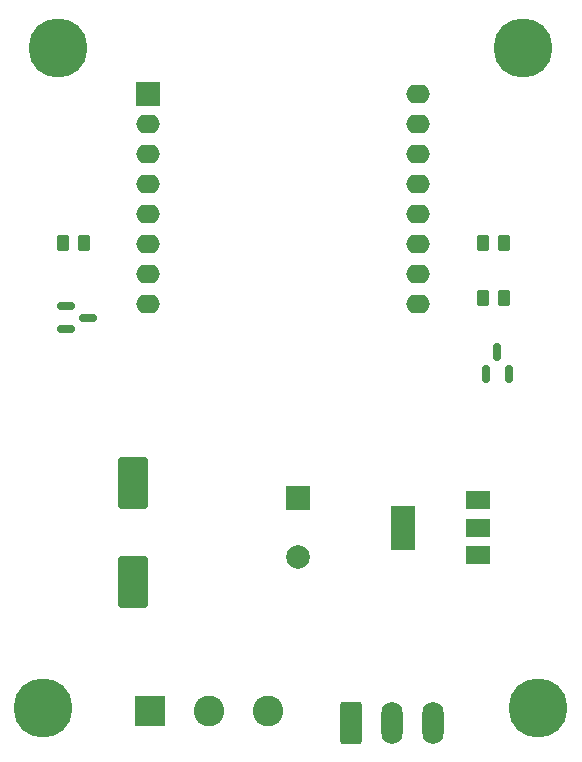
<source format=gts>
%TF.GenerationSoftware,KiCad,Pcbnew,7.0.7*%
%TF.CreationDate,2023-10-27T22:12:31-06:00*%
%TF.ProjectId,RatGDO-OpenSource,52617447-444f-42d4-9f70-656e536f7572,rev?*%
%TF.SameCoordinates,Original*%
%TF.FileFunction,Soldermask,Top*%
%TF.FilePolarity,Negative*%
%FSLAX46Y46*%
G04 Gerber Fmt 4.6, Leading zero omitted, Abs format (unit mm)*
G04 Created by KiCad (PCBNEW 7.0.7) date 2023-10-27 22:12:31*
%MOMM*%
%LPD*%
G01*
G04 APERTURE LIST*
G04 Aperture macros list*
%AMRoundRect*
0 Rectangle with rounded corners*
0 $1 Rounding radius*
0 $2 $3 $4 $5 $6 $7 $8 $9 X,Y pos of 4 corners*
0 Add a 4 corners polygon primitive as box body*
4,1,4,$2,$3,$4,$5,$6,$7,$8,$9,$2,$3,0*
0 Add four circle primitives for the rounded corners*
1,1,$1+$1,$2,$3*
1,1,$1+$1,$4,$5*
1,1,$1+$1,$6,$7*
1,1,$1+$1,$8,$9*
0 Add four rect primitives between the rounded corners*
20,1,$1+$1,$2,$3,$4,$5,0*
20,1,$1+$1,$4,$5,$6,$7,0*
20,1,$1+$1,$6,$7,$8,$9,0*
20,1,$1+$1,$8,$9,$2,$3,0*%
G04 Aperture macros list end*
%ADD10R,2.000000X1.500000*%
%ADD11R,2.000000X3.800000*%
%ADD12RoundRect,0.250000X-0.262500X-0.450000X0.262500X-0.450000X0.262500X0.450000X-0.262500X0.450000X0*%
%ADD13C,5.000000*%
%ADD14R,2.000000X2.000000*%
%ADD15O,2.000000X1.600000*%
%ADD16RoundRect,0.150000X-0.587500X-0.150000X0.587500X-0.150000X0.587500X0.150000X-0.587500X0.150000X0*%
%ADD17C,2.000000*%
%ADD18RoundRect,0.150000X0.150000X-0.587500X0.150000X0.587500X-0.150000X0.587500X-0.150000X-0.587500X0*%
%ADD19RoundRect,0.250000X-0.650000X-1.550000X0.650000X-1.550000X0.650000X1.550000X-0.650000X1.550000X0*%
%ADD20O,1.800000X3.600000*%
%ADD21R,2.600000X2.600000*%
%ADD22C,2.600000*%
%ADD23RoundRect,0.250000X-1.000000X1.950000X-1.000000X-1.950000X1.000000X-1.950000X1.000000X1.950000X0*%
%ADD24RoundRect,0.250000X0.262500X0.450000X-0.262500X0.450000X-0.262500X-0.450000X0.262500X-0.450000X0*%
G04 APERTURE END LIST*
D10*
%TO.C,U2*%
X157430000Y-105170000D03*
X157430000Y-102870000D03*
D11*
X151130000Y-102870000D03*
D10*
X157430000Y-100570000D03*
%TD*%
D12*
%TO.C,R3*%
X122277500Y-78740000D03*
X124102500Y-78740000D03*
%TD*%
D13*
%TO.C,REF\u002A\u002A*%
X161290000Y-62230000D03*
%TD*%
%TO.C,REF\u002A\u002A*%
X162560000Y-118110000D03*
%TD*%
D14*
%TO.C,U1*%
X129547500Y-66160000D03*
D15*
X129547500Y-68700000D03*
X129547500Y-71240000D03*
X129547500Y-73780000D03*
X129547500Y-76320000D03*
X129547500Y-78860000D03*
X129547500Y-81400000D03*
X129547500Y-83940000D03*
X152407500Y-83940000D03*
X152407500Y-81400000D03*
X152407500Y-78860000D03*
X152407500Y-76320000D03*
X152407500Y-73780000D03*
X152407500Y-71240000D03*
X152407500Y-68700000D03*
X152407500Y-66160000D03*
%TD*%
D13*
%TO.C,REF\u002A\u002A*%
X120650000Y-118110000D03*
%TD*%
%TO.C,REF\u002A\u002A*%
X121920000Y-62230000D03*
%TD*%
D16*
%TO.C,Q2*%
X122585000Y-84140000D03*
X122585000Y-86040000D03*
X124460000Y-85090000D03*
%TD*%
D14*
%TO.C,C2*%
X142240000Y-100330000D03*
D17*
X142240000Y-105330000D03*
%TD*%
D18*
%TO.C,Q1*%
X158132500Y-89837500D03*
X160032500Y-89837500D03*
X159082500Y-87962500D03*
%TD*%
D19*
%TO.C,J2*%
X146670000Y-119380000D03*
D20*
X150170000Y-119380000D03*
X153670000Y-119380000D03*
%TD*%
D21*
%TO.C,J1*%
X129700000Y-118415000D03*
D22*
X134700000Y-118415000D03*
X139700000Y-118415000D03*
%TD*%
D12*
%TO.C,R2*%
X157837500Y-78740000D03*
X159662500Y-78740000D03*
%TD*%
D23*
%TO.C,C1*%
X128270000Y-99060000D03*
X128270000Y-107460000D03*
%TD*%
D24*
%TO.C,R1*%
X159662500Y-83462500D03*
X157837500Y-83462500D03*
%TD*%
M02*

</source>
